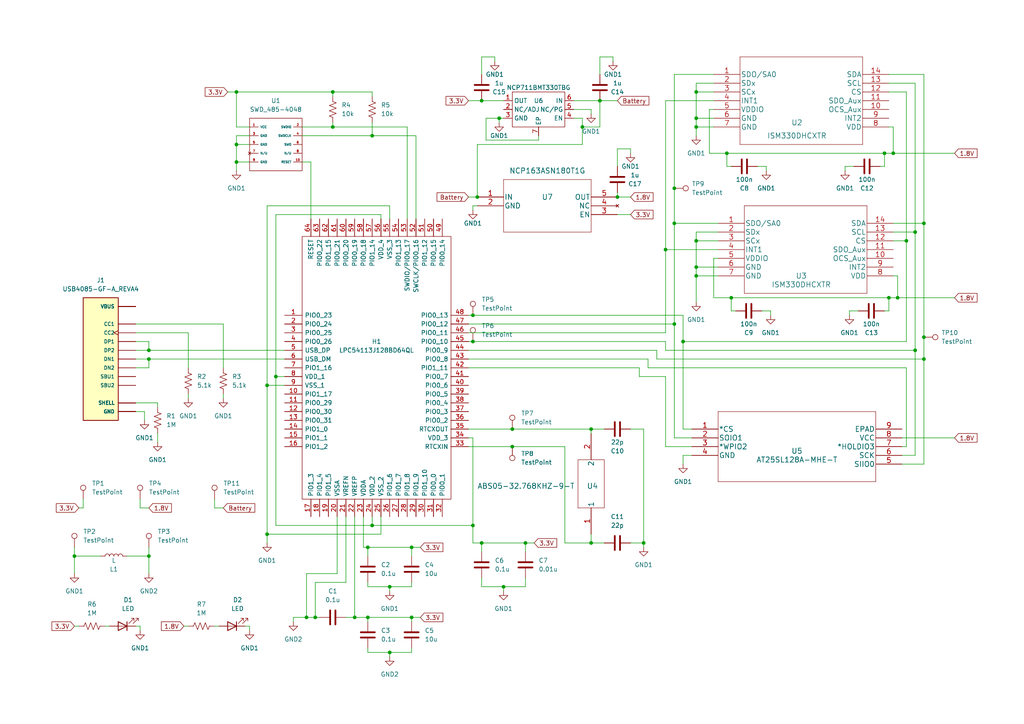
<source format=kicad_sch>
(kicad_sch (version 20211123) (generator eeschema)
  (paper "A4")
  (title_block (title "Pipe Mapping Drone") (date "2022-09-05") (rev "0.1"))
  (lib_symbols
    (symbol "Connector:TestPoint" (pin_numbers hide) (pin_names (offset 0.762) hide)
      (property "Reference" "TP" (at 0 6.858 0))
      (property "Value" "TestPoint" (at 0 5.08 0))
      (symbol "TestPoint_0_1"
        (circle (center 0 3.302) (radius 0.762))
      )
      (symbol "TestPoint_1_1"
        (pin passive line (at 0 0 90) (length 2.54) (name "1") (number "1"))
      )
    )
    (symbol "Device:C" (pin_numbers hide) (pin_names (offset 0.254))
      (property "Reference" "C" (at 0.635 2.54 0))
      (property "Value" "C" (at 0.635 -2.54 0))
      (symbol "C_0_1"
        (polyline (pts (xy -2.032 -0.762) (xy 2.032 -0.762)) (stroke (width 0.508)))
        (polyline (pts (xy -2.032 0.762) (xy 2.032 0.762)) (stroke (width 0.508)))
      )
      (symbol "C_1_1"
        (pin passive line (at 0 3.81 270) (length 2.794) (name "~") (number "1"))
        (pin passive line (at 0 -3.81 90) (length 2.794) (name "~") (number "2"))
      )
    )
    (symbol "Device:L" (pin_numbers hide) (pin_names (offset 1.016) hide)
      (property "Reference" "L" (at -1.27 0 90))
      (property "Value" "L" (at 1.905 0 90))
      (symbol "L_0_1"
        (arc (start 0 -2.54) (mid 0.635 -1.905) (end 0 -1.27))
        (arc (start 0 -1.27) (mid 0.635 -0.635) (end 0 0))
        (arc (start 0 0) (mid 0.635 0.635) (end 0 1.27))
        (arc (start 0 1.27) (mid 0.635 1.905) (end 0 2.54))
      )
      (symbol "L_1_1"
        (pin passive line (at 0 3.81 270) (length 1.27) (name "1") (number "1"))
        (pin passive line (at 0 -3.81 90) (length 1.27) (name "2") (number "2"))
      )
    )
    (symbol "Device:LED" (pin_numbers hide) (pin_names (offset 1.016) hide)
      (property "Reference" "D" (at 0 2.54 0))
      (property "Value" "LED" (at 0 -2.54 0))
      (symbol "LED_0_1"
        (polyline (pts (xy -1.27 -1.27) (xy -1.27 1.27)) (stroke (width 0.254)))
        (polyline (pts (xy -1.27 0) (xy 1.27 0)))
        (polyline (pts (xy 1.27 -1.27) (xy 1.27 1.27) (xy -1.27 0) (xy 1.27 -1.27)) (stroke (width 0.254)))
        (polyline (pts (xy -3.048 -0.762) (xy -4.572 -2.286) (xy -3.81 -2.286) (xy -4.572 -2.286) (xy -4.572 -1.524)))
        (polyline (pts (xy -1.778 -0.762) (xy -3.302 -2.286) (xy -2.54 -2.286) (xy -3.302 -2.286) (xy -3.302 -1.524)))
      )
      (symbol "LED_1_1"
        (pin passive line (at -3.81 0 0) (length 2.54) (name "K") (number "1"))
        (pin passive line (at 3.81 0 180) (length 2.54) (name "A") (number "2"))
      )
    )
    (symbol "Device:R_US" (pin_numbers hide) (pin_names (offset 0))
      (property "Reference" "R" (at 2.54 0 90))
      (property "Value" "R_US" (at -2.54 0 90))
      (symbol "R_US_0_1"
        (polyline (pts (xy 0 -2.286) (xy 0 -2.54)))
        (polyline (pts (xy 0 2.286) (xy 0 2.54)))
        (polyline (pts (xy 0 -0.762) (xy 1.016 -1.143) (xy 0 -1.524) (xy -1.016 -1.905) (xy 0 -2.286)))
        (polyline (pts (xy 0 0.762) (xy 1.016 0.381) (xy 0 0) (xy -1.016 -0.381) (xy 0 -0.762)))
        (polyline (pts (xy 0 2.286) (xy 1.016 1.905) (xy 0 1.524) (xy -1.016 1.143) (xy 0 0.762)))
      )
      (symbol "R_US_1_1"
        (pin passive line (at 0 3.81 270) (length 1.27) (name "~") (number "1"))
        (pin passive line (at 0 -3.81 90) (length 1.27) (name "~") (number "2"))
      )
    )
    (symbol "IMU_ISM330DHCXTR:ISM330DHCXTR" (pin_names (offset 0.254))
      (property "Reference" "U" (at 25.4 10.16 0))
      (property "Value" "ISM330DHCXTR" (at 25.4 7.62 0))
      (symbol "ISM330DHCXTR_1_1"
        (polyline (pts (xy 7.62 -20.32) (xy 43.18 -20.32)) (stroke (width 0.127)))
        (polyline (pts (xy 7.62 5.08) (xy 7.62 -20.32)) (stroke (width 0.127)))
        (polyline (pts (xy 43.18 -20.32) (xy 43.18 5.08)) (stroke (width 0.127)))
        (polyline (pts (xy 43.18 5.08) (xy 7.62 5.08)) (stroke (width 0.127)))
        (pin unspecified line (at 0 0 0) (length 7.62) (name "SDO/SA0") (number "1"))
        (pin unspecified line (at 50.8 -10.16 180) (length 7.62) (name "OCS_Aux") (number "10"))
        (pin unspecified line (at 50.8 -7.62 180) (length 7.62) (name "SDO_Aux") (number "11"))
        (pin unspecified line (at 50.8 -5.08 180) (length 7.62) (name "CS") (number "12"))
        (pin unspecified line (at 50.8 -2.54 180) (length 7.62) (name "SCL") (number "13"))
        (pin unspecified line (at 50.8 0 180) (length 7.62) (name "SDA") (number "14"))
        (pin unspecified line (at 0 -2.54 0) (length 7.62) (name "SDx") (number "2"))
        (pin unspecified line (at 0 -5.08 0) (length 7.62) (name "SCx") (number "3"))
        (pin input line (at 0 -7.62 0) (length 7.62) (name "INT1") (number "4"))
        (pin power_in line (at 0 -10.16 0) (length 7.62) (name "VDDIO") (number "5"))
        (pin power_in line (at 0 -12.7 0) (length 7.62) (name "GND") (number "6"))
        (pin power_in line (at 0 -15.24 0) (length 7.62) (name "GND") (number "7"))
        (pin power_in line (at 50.8 -15.24 180) (length 7.62) (name "VDD") (number "8"))
        (pin input line (at 50.8 -12.7 180) (length 7.62) (name "INT2") (number "9"))
      )
    )
    (symbol "MCU_LPC54113J128BD:LPC54113J128BD64QL" (pin_names (offset 0.762))
      (property "Reference" "H" (at 49.53 27.94 0))
      (property "Value" "LPC54113J128BD64QL" (at 49.53 25.4 0))
      (symbol "LPC54113J128BD64QL_0_0"
        (pin bidirectional line (at 0 0 0) (length 5.08) (name "PIO0_23") (number "1"))
        (pin bidirectional line (at 0 -22.86 0) (length 5.08) (name "PIO1_17") (number "10"))
        (pin bidirectional line (at 0 -25.4 0) (length 5.08) (name "PIO0_29") (number "11"))
        (pin bidirectional line (at 0 -27.94 0) (length 5.08) (name "PIO0_30") (number "12"))
        (pin bidirectional line (at 0 -30.48 0) (length 5.08) (name "PIO0_31") (number "13"))
        (pin bidirectional line (at 0 -33.02 0) (length 5.08) (name "PIO1_0") (number "14"))
        (pin bidirectional line (at 0 -35.56 0) (length 5.08) (name "PIO1_1") (number "15"))
        (pin bidirectional line (at 0 -38.1 0) (length 5.08) (name "PIO1_2") (number "16"))
        (pin bidirectional line (at 7.62 -58.42 90) (length 5.08) (name "PIO1_3") (number "17"))
        (pin bidirectional line (at 10.16 -58.42 90) (length 5.08) (name "PIO1_4") (number "18"))
        (pin bidirectional line (at 12.7 -58.42 90) (length 5.08) (name "PIO1_5") (number "19"))
        (pin bidirectional line (at 0 -2.54 0) (length 5.08) (name "PIO0_24") (number "2"))
        (pin power_in line (at 15.24 -58.42 90) (length 5.08) (name "VSSA") (number "20"))
        (pin power_in line (at 17.78 -58.42 90) (length 5.08) (name "VREFN") (number "21"))
        (pin bidirectional line (at 20.32 -58.42 90) (length 5.08) (name "VREFP") (number "22"))
        (pin power_in line (at 22.86 -58.42 90) (length 5.08) (name "VDDA") (number "23"))
        (pin power_in line (at 25.4 -58.42 90) (length 5.08) (name "VDD_2") (number "24"))
        (pin power_in line (at 27.94 -58.42 90) (length 5.08) (name "VSS_2") (number "25"))
        (pin bidirectional line (at 30.48 -58.42 90) (length 5.08) (name "PIO1_6") (number "26"))
        (pin bidirectional line (at 33.02 -58.42 90) (length 5.08) (name "PIO1_7") (number "27"))
        (pin bidirectional line (at 35.56 -58.42 90) (length 5.08) (name "PIO1_8") (number "28"))
        (pin bidirectional line (at 38.1 -58.42 90) (length 5.08) (name "PIO1_9") (number "29"))
        (pin bidirectional line (at 0 -5.08 0) (length 5.08) (name "PIO0_25") (number "3"))
        (pin bidirectional line (at 40.64 -58.42 90) (length 5.08) (name "PIO1_10") (number "30"))
        (pin bidirectional line (at 43.18 -58.42 90) (length 5.08) (name "PIO0_0") (number "31"))
        (pin bidirectional line (at 45.72 -58.42 90) (length 5.08) (name "PIO0_1") (number "32"))
        (pin input line (at 53.34 -38.1 180) (length 5.08) (name "RTCXIN") (number "33"))
        (pin power_in line (at 53.34 -35.56 180) (length 5.08) (name "VDD_3") (number "34"))
        (pin output line (at 53.34 -33.02 180) (length 5.08) (name "RTCXOUT") (number "35"))
        (pin bidirectional line (at 53.34 -30.48 180) (length 5.08) (name "PIO0_2") (number "36"))
        (pin bidirectional line (at 53.34 -27.94 180) (length 5.08) (name "PIO0_3") (number "37"))
        (pin bidirectional line (at 53.34 -25.4 180) (length 5.08) (name "PIO0_4") (number "38"))
        (pin bidirectional line (at 53.34 -22.86 180) (length 5.08) (name "PIO0_5") (number "39"))
        (pin bidirectional line (at 0 -7.62 0) (length 5.08) (name "PIO0_26") (number "4"))
        (pin bidirectional line (at 53.34 -20.32 180) (length 5.08) (name "PIO0_6") (number "40"))
        (pin bidirectional line (at 53.34 -17.78 180) (length 5.08) (name "PIO0_7") (number "41"))
        (pin bidirectional line (at 53.34 -15.24 180) (length 5.08) (name "PIO1_11") (number "42"))
        (pin bidirectional line (at 53.34 -12.7 180) (length 5.08) (name "PIO0_8") (number "43"))
        (pin bidirectional line (at 53.34 -10.16 180) (length 5.08) (name "PIO0_9") (number "44"))
        (pin bidirectional line (at 53.34 -7.62 180) (length 5.08) (name "PIO0_10") (number "45"))
        (pin bidirectional line (at 53.34 -5.08 180) (length 5.08) (name "PIO0_11") (number "46"))
        (pin bidirectional line (at 53.34 -2.54 180) (length 5.08) (name "PIO0_12") (number "47"))
        (pin bidirectional line (at 53.34 0 180) (length 5.08) (name "PIO0_13") (number "48"))
        (pin bidirectional line (at 45.72 27.94 270) (length 5.08) (name "PIO0_14") (number "49"))
        (pin bidirectional line (at 0 -10.16 0) (length 5.08) (name "USB_DP") (number "5"))
        (pin bidirectional line (at 43.18 27.94 270) (length 5.08) (name "PIO0_15") (number "50"))
        (pin bidirectional line (at 40.64 27.94 270) (length 5.08) (name "PIO1_12") (number "51"))
        (pin bidirectional line (at 38.1 27.94 270) (length 5.08) (name "SWCLK/PIO0_16") (number "52"))
        (pin bidirectional line (at 35.56 27.94 270) (length 5.08) (name "SWDIO/PIO0_17") (number "53"))
        (pin bidirectional line (at 33.02 27.94 270) (length 5.08) (name "PIO1_13") (number "54"))
        (pin power_in line (at 30.48 27.94 270) (length 5.08) (name "VSS_3") (number "55"))
        (pin power_in line (at 27.94 27.94 270) (length 5.08) (name "VDD_4") (number "56"))
        (pin bidirectional line (at 25.4 27.94 270) (length 5.08) (name "PIO1_14") (number "57"))
        (pin bidirectional line (at 22.86 27.94 270) (length 5.08) (name "PIO0_18") (number "58"))
        (pin bidirectional line (at 20.32 27.94 270) (length 5.08) (name "PIO0_19") (number "59"))
        (pin bidirectional line (at 0 -12.7 0) (length 5.08) (name "USB_DM") (number "6"))
        (pin bidirectional line (at 17.78 27.94 270) (length 5.08) (name "PIO0_20") (number "60"))
        (pin bidirectional line (at 15.24 27.94 270) (length 5.08) (name "PIO0_21") (number "61"))
        (pin bidirectional line (at 12.7 27.94 270) (length 5.08) (name "PIO1_15") (number "62"))
        (pin bidirectional line (at 10.16 27.94 270) (length 5.08) (name "PIO0_22") (number "63"))
        (pin input line (at 7.62 27.94 270) (length 5.08) (name "RESET") (number "64"))
        (pin bidirectional line (at 0 -15.24 0) (length 5.08) (name "PIO1_16") (number "7"))
        (pin power_in line (at 0 -17.78 0) (length 5.08) (name "VDD_1") (number "8"))
        (pin power_in line (at 0 -20.32 0) (length 5.08) (name "VSS_1") (number "9"))
      )
      (symbol "LPC54113J128BD64QL_0_1"
        (polyline (pts (xy 5.08 22.86) (xy 48.26 22.86) (xy 48.26 -53.34) (xy 5.08 -53.34) (xy 5.08 22.86)) (stroke (width 0.1524)))
      )
    )
    (symbol "MEM_AT25SL128A-MHE-T:AT25SL128A-MHE-T" (pin_names (offset 0.254))
      (property "Reference" "U" (at 30.48 10.16 0))
      (property "Value" "AT25SL128A-MHE-T" (at 30.48 7.62 0))
      (symbol "AT25SL128A-MHE-T_1_1"
        (polyline (pts (xy 7.62 -15.24) (xy 53.34 -15.24)) (stroke (width 0.127)))
        (polyline (pts (xy 7.62 5.08) (xy 7.62 -15.24)) (stroke (width 0.127)))
        (polyline (pts (xy 53.34 -15.24) (xy 53.34 5.08)) (stroke (width 0.127)))
        (polyline (pts (xy 53.34 5.08) (xy 7.62 5.08)) (stroke (width 0.127)))
        (pin unspecified line (at 0 0 0) (length 7.62) (name "*CS") (number "1"))
        (pin unspecified line (at 0 -2.54 0) (length 7.62) (name "SOIO1") (number "2"))
        (pin unspecified line (at 0 -5.08 0) (length 7.62) (name "*WPIO2") (number "3"))
        (pin unspecified line (at 0 -7.62 0) (length 7.62) (name "GND") (number "4"))
        (pin unspecified line (at 60.96 -10.16 180) (length 7.62) (name "SIIO0") (number "5"))
        (pin unspecified line (at 60.96 -7.62 180) (length 7.62) (name "SCK") (number "6"))
        (pin unspecified line (at 60.96 -5.08 180) (length 7.62) (name "*HOLDIO3") (number "7"))
        (pin unspecified line (at 60.96 -2.54 180) (length 7.62) (name "VCC") (number "8"))
        (pin unspecified line (at 60.96 0 180) (length 7.62) (name "EPAD") (number "9"))
      )
    )
    (symbol "NCP163ASN180T1G:NCP163ASN180T1G" (pin_names (offset 0.254))
      (property "Reference" "U" (at 20.32 10.16 0))
      (property "Value" "NCP163ASN180T1G" (at 20.32 7.62 0))
      (symbol "NCP163ASN180T1G_1_1"
        (polyline (pts (xy 7.62 -10.16) (xy 33.02 -10.16)) (stroke (width 0.127)))
        (polyline (pts (xy 7.62 5.08) (xy 7.62 -10.16)) (stroke (width 0.127)))
        (polyline (pts (xy 33.02 -10.16) (xy 33.02 5.08)) (stroke (width 0.127)))
        (polyline (pts (xy 33.02 5.08) (xy 7.62 5.08)) (stroke (width 0.127)))
        (pin input line (at 0 0 0) (length 7.62) (name "IN") (number "1"))
        (pin power_in line (at 0 -2.54 0) (length 7.62) (name "GND") (number "2"))
        (pin input line (at 40.64 -5.08 180) (length 7.62) (name "EN") (number "3"))
        (pin no_connect line (at 40.64 -2.54 180) (length 7.62) (name "NC") (number "4"))
        (pin output line (at 40.64 0 180) (length 7.62) (name "OUT") (number "5"))
      )
    )
    (symbol "NCP730BMT330TBG:NCP730BMT330TBG"
      (property "Reference" "U?" (at 0 2.54 0))
      (property "Value" "NCP730BMT330TBG" (at 0 6.35 0))
      (symbol "NCP730BMT330TBG_0_1"
        (rectangle (start -7.62 5.08) (end 7.62 -5.08))
      )
      (symbol "NCP730BMT330TBG_1_1"
        (pin output line (at -10.16 2.54 0) (length 2.54) (name "OUT") (number "1"))
        (pin output line (at -10.16 0 0) (length 2.54) (name "NC/ADJ") (number "2"))
        (pin input line (at -10.16 -2.54 0) (length 2.54) (name "GND") (number "3"))
        (pin input line (at 10.16 -2.54 180) (length 2.54) (name "EN") (number "4"))
        (pin input line (at 10.16 0 180) (length 2.54) (name "NC/PG") (number "5"))
        (pin input line (at 10.16 2.54 180) (length 2.54) (name "IN") (number "6"))
        (pin input line (at 0 -7.62 90) (length 2.54) (name "EP") (number "7"))
      )
    )
    (symbol "OSC_ABS05-32.768KHZ-9-T:ABS05-32.768KHZ-9-T" (pin_names (offset 0.254))
      (property "Reference" "U?" (at 6.35 21.59 90))
      (property "Value" "ABS05-32.768KHZ-9-T" (at 6.35 17.78 90))
      (symbol "ABS05-32.768KHZ-9-T_1_1"
        (polyline (pts (xy 7.62 -3.81) (xy 21.59 -3.81)) (stroke (width 0.127)))
        (polyline (pts (xy 7.62 3.81) (xy 7.62 -3.81)) (stroke (width 0.127)))
        (polyline (pts (xy 21.59 -3.81) (xy 21.59 3.81)) (stroke (width 0.127)))
        (polyline (pts (xy 21.59 3.81) (xy 7.62 3.81)) (stroke (width 0.127)))
        (pin unspecified line (at 0 0 0) (length 7.62) (name "1") (number "1"))
        (pin unspecified line (at 29.21 0 180) (length 7.62) (name "2") (number "2"))
      )
    )
    (symbol "SWD_485-4048:SWD_485-4048"
      (property "Reference" "U" (at 0 12.7 0))
      (property "Value" "SWD_485-4048" (at 0 10.16 0))
      (symbol "SWD_485-4048_0_1"
        (rectangle (start -7.62 7.62) (end 7.62 -7.62))
      )
      (symbol "SWD_485-4048_1_1"
        (pin power_in line (at -7.62 5.08 0) (length 2.54) (name "VCC") (number "1"))
        (pin bidirectional line (at 7.62 -5.08 180) (length 2.54) (name "RESET") (number "10"))
        (pin bidirectional line (at 7.62 5.08 180) (length 2.54) (name "SWDIO") (number "2"))
        (pin power_in line (at -7.62 2.54 0) (length 2.54) (name "GND") (number "3"))
        (pin bidirectional line (at 7.62 2.54 180) (length 2.54) (name "SWDCLK") (number "4"))
        (pin power_in line (at -7.62 0 0) (length 2.54) (name "GND") (number "5"))
        (pin bidirectional line (at 7.62 0 180) (length 2.54) (name "SWO") (number "6"))
        (pin no_connect line (at -7.62 -2.54 0) (length 2.54) (name "N/U") (number "7"))
        (pin bidirectional line (at 7.62 -2.54 180) (length 2.54) (name "N/U") (number "8"))
        (pin power_in line (at -7.62 -5.08 0) (length 2.54) (name "GND") (number "9"))
      )
    )
    (symbol "USB_4085-GF-A_REVA4:USB4085-GF-A_REVA4" (pin_numbers hide) (pin_names (offset 1.016))
      (property "Reference" "J" (at -5.1054 18.3134 0))
      (property "Value" "USB4085-GF-A_REVA4" (at -5.1054 -20.3708 0))
      (symbol "USB4085-GF-A_REVA4_0_0"
        (rectangle (start -5.08 -17.78) (end 5.08 17.78) (stroke (width 0.254)) (fill (type background)))
        (pin passive line (at -10.16 -15.24 0) (length 5.08) (name "GND") (number "A1"))
        (pin passive line (at -10.16 -15.24 0) (length 5.08) (name "GND") (number "A12"))
        (pin power_in line (at -10.16 15.24 0) (length 5.08) (name "VBUS") (number "A4"))
        (pin bidirectional line (at -10.16 10.16 0) (length 5.08) (name "CC1") (number "A5"))
        (pin bidirectional line (at -10.16 5.08 0) (length 5.08) (name "DP1") (number "A6"))
        (pin bidirectional line (at -10.16 0 0) (length 5.08) (name "DN1") (number "A7"))
        (pin bidirectional line (at -10.16 -5.08 0) (length 5.08) (name "SBU1") (number "A8"))
        (pin power_in line (at -10.16 15.24 0) (length 5.08) (name "VBUS") (number "A9"))
        (pin passive line (at -10.16 -15.24 0) (length 5.08) (name "GND") (number "B1"))
        (pin passive line (at -10.16 -15.24 0) (length 5.08) (name "GND") (number "B12"))
        (pin power_in line (at -10.16 15.24 0) (length 5.08) (name "VBUS") (number "B4"))
        (pin bidirectional clock (at -10.16 7.62 0) (length 5.08) (name "CC2") (number "B5"))
        (pin bidirectional line (at -10.16 2.54 0) (length 5.08) (name "DP2") (number "B6"))
        (pin bidirectional line (at -10.16 -2.54 0) (length 5.08) (name "DN2") (number "B7"))
        (pin bidirectional line (at -10.16 -7.62 0) (length 5.08) (name "SBU2") (number "B8"))
        (pin power_in line (at -10.16 15.24 0) (length 5.08) (name "VBUS") (number "B9"))
        (pin passive line (at -10.16 -12.7 0) (length 5.08) (name "SHELL") (number "P1"))
        (pin passive line (at -10.16 -12.7 0) (length 5.08) (name "SHELL") (number "P2"))
        (pin passive line (at -10.16 -12.7 0) (length 5.08) (name "SHELL") (number "P3"))
        (pin passive line (at -10.16 -12.7 0) (length 5.08) (name "SHELL") (number "P4"))
      )
    )
    (symbol "power:GND1" (power) (pin_names (offset 0))
      (property "Value" "GND1" (at 0 -3.81 0))
      (symbol "GND1_0_1"
        (polyline (pts (xy 0 0) (xy 0 -1.27) (xy 1.27 -1.27) (xy 0 -2.54) (xy -1.27 -1.27) (xy 0 -1.27)))
      )
      (symbol "GND1_1_1"
        (pin power_in line (at 0 0 270) (length 0) hide (name "GND1") (number "1"))
      )
    )
    (symbol "power:GND2" (power) (pin_names (offset 0))
      (property "Value" "GND2" (at 0 -3.81 0))
      (symbol "GND2_0_1"
        (polyline (pts (xy 0 0) (xy 0 -1.27) (xy 1.27 -1.27) (xy 0 -2.54) (xy -1.27 -1.27) (xy 0 -1.27)))
      )
      (symbol "GND2_1_1"
        (pin power_in line (at 0 0 270) (length 0) hide (name "GND2") (number "1"))
      )
    )
  )
  (junction (at 107.95 39.37))
  (junction (at 260.35 86.36))
  (junction (at 168.91 36.83))
  (junction (at 201.93 34.29))
  (junction (at 195.58 54.61))
  (junction (at 96.52 26.67))
  (junction (at 107.95 152.4))
  (junction (at 68.58 41.91))
  (junction (at 88.9 179.07))
  (junction (at 119.38 179.07))
  (junction (at 77.47 111.76))
  (junction (at 171.45 124.46))
  (junction (at 106.68 179.07))
  (junction (at 267.97 97.79))
  (junction (at 106.68 158.75))
  (junction (at 173.99 29.21))
  (junction (at 262.89 69.85))
  (junction (at 139.7 29.21))
  (junction (at 43.18 104.14))
  (junction (at 146.05 170.18))
  (junction (at 119.38 158.75))
  (junction (at 179.07 57.15))
  (junction (at 201.93 69.85))
  (junction (at 212.09 86.36))
  (junction (at 265.43 67.31))
  (junction (at 267.97 104.14))
  (junction (at 43.18 161.29))
  (junction (at 195.58 93.98))
  (junction (at 193.04 72.39))
  (junction (at 137.16 91.44))
  (junction (at 139.7 157.48))
  (junction (at 198.12 99.06))
  (junction (at 201.93 80.01))
  (junction (at 171.45 157.48))
  (junction (at 148.59 124.46))
  (junction (at 210.82 44.45))
  (junction (at 201.93 26.67))
  (junction (at 137.16 99.06))
  (junction (at 80.01 109.22))
  (junction (at 201.93 77.47))
  (junction (at 144.78 34.29))
  (junction (at 148.59 129.54))
  (junction (at 137.16 152.4))
  (junction (at 195.58 64.77))
  (junction (at 68.58 26.67))
  (junction (at 91.44 179.07))
  (junction (at 68.58 46.99))
  (junction (at 256.54 44.45))
  (junction (at 152.4 157.48))
  (junction (at 257.81 86.36))
  (junction (at 77.47 154.94))
  (junction (at 186.69 157.48))
  (junction (at 113.03 170.18))
  (junction (at 201.93 36.83))
  (junction (at 267.97 64.77))
  (junction (at 21.59 161.29))
  (junction (at 259.08 44.45))
  (junction (at 96.52 36.83))
  (junction (at 102.87 179.07))
  (junction (at 43.18 101.6))
  (junction (at 113.03 189.23))
  (junction (at 265.43 101.6))
  (junction (at 138.43 57.15))
  (wire (pts (xy 62.23 147.32) (xy 64.77 147.32)))
  (wire (pts (xy 39.37 119.38) (xy 41.91 119.38)))
  (wire (pts (xy 262.89 106.68) (xy 187.96 106.68)))
  (wire (pts (xy 262.89 99.06) (xy 198.12 99.06)))
  (wire (pts (xy 163.83 157.48) (xy 171.45 157.48)))
  (wire (pts (xy 138.43 41.91) (xy 138.43 57.15)))
  (wire (pts (xy 171.45 157.48) (xy 175.26 157.48)))
  (wire (pts (xy 137.16 59.69) (xy 138.43 59.69)))
  (wire (pts (xy 257.81 86.36) (xy 260.35 86.36)))
  (wire (pts (xy 87.63 39.37) (xy 107.95 39.37)))
  (wire (pts (xy 39.37 101.6) (xy 43.18 101.6)))
  (wire (pts (xy 106.68 189.23) (xy 106.68 187.96)))
  (wire (pts (xy 97.79 166.37) (xy 88.9 166.37)))
  (wire (pts (xy 179.07 55.88) (xy 179.07 57.15)))
  (wire (pts (xy 53.34 181.61) (xy 54.61 181.61)))
  (wire (pts (xy 201.93 80.01) (xy 208.28 80.01)))
  (wire (pts (xy 113.03 190.5) (xy 113.03 189.23)))
  (wire (pts (xy 137.16 152.4) (xy 137.16 157.48)))
  (wire (pts (xy 110.49 154.94) (xy 110.49 149.86)))
  (wire (pts (xy 198.12 132.08) (xy 200.66 132.08)))
  (wire (pts (xy 182.88 157.48) (xy 186.69 157.48)))
  (wire (pts (xy 171.45 33.02) (xy 171.45 31.75)))
  (wire (pts (xy 265.43 101.6) (xy 193.04 101.6)))
  (wire (pts (xy 68.58 46.99) (xy 72.39 46.99)))
  (wire (pts (xy 146.05 170.18) (xy 146.05 171.45)))
  (wire (pts (xy 43.18 161.29) (xy 43.18 166.37)))
  (wire (pts (xy 107.95 35.56) (xy 107.95 39.37)))
  (wire (pts (xy 68.58 26.67) (xy 96.52 26.67)))
  (wire (pts (xy 39.37 116.84) (xy 45.72 116.84)))
  (wire (pts (xy 256.54 48.26) (xy 256.54 44.45)))
  (wire (pts (xy 80.01 109.22) (xy 80.01 62.23)))
  (wire (pts (xy 68.58 39.37) (xy 68.58 41.91)))
  (wire (pts (xy 152.4 167.64) (xy 152.4 170.18)))
  (wire (pts (xy 246.38 90.17) (xy 246.38 91.44)))
  (wire (pts (xy 43.18 101.6) (xy 82.55 101.6)))
  (wire (pts (xy 186.69 124.46) (xy 186.69 157.48)))
  (wire (pts (xy 223.52 90.17) (xy 220.98 90.17)))
  (wire (pts (xy 257.81 90.17) (xy 257.81 86.36)))
  (wire (pts (xy 201.93 36.83) (xy 201.93 39.37)))
  (wire (pts (xy 77.47 111.76) (xy 77.47 154.94)))
  (wire (pts (xy 193.04 29.21) (xy 207.01 29.21)))
  (wire (pts (xy 77.47 111.76) (xy 82.55 111.76)))
  (wire (pts (xy 107.95 39.37) (xy 120.65 39.37)))
  (wire (pts (xy 265.43 132.08) (xy 265.43 101.6)))
  (wire (pts (xy 261.62 129.54) (xy 262.89 129.54)))
  (wire (pts (xy 173.99 29.21) (xy 179.07 29.21)))
  (wire (pts (xy 256.54 44.45) (xy 259.08 44.45)))
  (wire (pts (xy 119.38 170.18) (xy 119.38 168.91)))
  (wire (pts (xy 182.88 43.18) (xy 182.88 44.45)))
  (wire (pts (xy 139.7 170.18) (xy 146.05 170.18)))
  (wire (pts (xy 168.91 34.29) (xy 168.91 36.83)))
  (wire (pts (xy 80.01 109.22) (xy 80.01 152.4)))
  (wire (pts (xy 135.89 104.14) (xy 187.96 104.14)))
  (wire (pts (xy 262.89 69.85) (xy 262.89 99.06)))
  (wire (pts (xy 207.01 36.83) (xy 201.93 36.83)))
  (wire (pts (xy 106.68 168.91) (xy 106.68 170.18)))
  (wire (pts (xy 107.95 152.4) (xy 137.16 152.4)))
  (wire (pts (xy 68.58 36.83) (xy 68.58 26.67)))
  (wire (pts (xy 139.7 157.48) (xy 152.4 157.48)))
  (wire (pts (xy 267.97 104.14) (xy 190.5 104.14)))
  (wire (pts (xy 257.81 36.83) (xy 259.08 36.83)))
  (wire (pts (xy 195.58 127) (xy 195.58 93.98)))
  (wire (pts (xy 190.5 101.6) (xy 190.5 104.14)))
  (wire (pts (xy 119.38 180.34) (xy 119.38 179.07)))
  (wire (pts (xy 119.38 158.75) (xy 119.38 161.29)))
  (wire (pts (xy 201.93 69.85) (xy 201.93 77.47)))
  (wire (pts (xy 212.09 48.26) (xy 210.82 48.26)))
  (wire (pts (xy 262.89 26.67) (xy 262.89 69.85)))
  (wire (pts (xy 146.05 34.29) (xy 144.78 34.29)))
  (wire (pts (xy 139.7 157.48) (xy 139.7 160.02)))
  (wire (pts (xy 171.45 124.46) (xy 175.26 124.46)))
  (wire (pts (xy 198.12 134.62) (xy 198.12 132.08)))
  (wire (pts (xy 213.36 90.17) (xy 212.09 90.17)))
  (wire (pts (xy 135.89 91.44) (xy 137.16 91.44)))
  (wire (pts (xy 255.27 48.26) (xy 256.54 48.26)))
  (wire (pts (xy 201.93 34.29) (xy 207.01 34.29)))
  (wire (pts (xy 135.89 124.46) (xy 148.59 124.46)))
  (wire (pts (xy 88.9 166.37) (xy 88.9 179.07)))
  (wire (pts (xy 156.21 40.64) (xy 140.97 40.64)))
  (wire (pts (xy 168.91 36.83) (xy 173.99 36.83)))
  (wire (pts (xy 77.47 154.94) (xy 110.49 154.94)))
  (wire (pts (xy 139.7 16.51) (xy 143.51 16.51)))
  (wire (pts (xy 106.68 158.75) (xy 119.38 158.75)))
  (wire (pts (xy 137.16 60.96) (xy 137.16 59.69)))
  (wire (pts (xy 97.79 149.86) (xy 97.79 166.37)))
  (wire (pts (xy 66.04 26.67) (xy 68.58 26.67)))
  (wire (pts (xy 177.8 16.51) (xy 177.8 17.78)))
  (wire (pts (xy 205.74 31.75) (xy 207.01 31.75)))
  (wire (pts (xy 257.81 24.13) (xy 265.43 24.13)))
  (wire (pts (xy 135.89 96.52) (xy 193.04 96.52)))
  (wire (pts (xy 137.16 157.48) (xy 139.7 157.48)))
  (wire (pts (xy 87.63 36.83) (xy 96.52 36.83)))
  (wire (pts (xy 139.7 167.64) (xy 139.7 170.18)))
  (wire (pts (xy 166.37 31.75) (xy 171.45 31.75)))
  (wire (pts (xy 135.89 29.21) (xy 139.7 29.21)))
  (wire (pts (xy 168.91 41.91) (xy 168.91 36.83)))
  (wire (pts (xy 222.25 48.26) (xy 219.71 48.26)))
  (wire (pts (xy 140.97 34.29) (xy 144.78 34.29)))
  (wire (pts (xy 259.08 80.01) (xy 260.35 80.01)))
  (wire (pts (xy 39.37 106.68) (xy 43.18 106.68)))
  (wire (pts (xy 113.03 63.5) (xy 113.03 59.69)))
  (wire (pts (xy 68.58 41.91) (xy 72.39 41.91)))
  (wire (pts (xy 259.08 64.77) (xy 267.97 64.77)))
  (wire (pts (xy 91.44 179.07) (xy 88.9 179.07)))
  (wire (pts (xy 54.61 114.3) (xy 54.61 115.57)))
  (wire (pts (xy 68.58 41.91) (xy 68.58 46.99)))
  (wire (pts (xy 137.16 91.44) (xy 198.12 91.44)))
  (wire (pts (xy 137.16 99.06) (xy 193.04 99.06)))
  (wire (pts (xy 171.45 125.73) (xy 171.45 124.46)))
  (wire (pts (xy 88.9 179.07) (xy 85.09 179.07)))
  (wire (pts (xy 85.09 179.07) (xy 85.09 180.34)))
  (wire (pts (xy 205.74 44.45) (xy 210.82 44.45)))
  (wire (pts (xy 259.08 69.85) (xy 262.89 69.85)))
  (wire (pts (xy 107.95 149.86) (xy 107.95 152.4)))
  (wire (pts (xy 80.01 62.23) (xy 110.49 62.23)))
  (wire (pts (xy 146.05 170.18) (xy 152.4 170.18)))
  (wire (pts (xy 96.52 26.67) (xy 96.52 27.94)))
  (wire (pts (xy 77.47 59.69) (xy 77.47 111.76)))
  (wire (pts (xy 135.89 93.98) (xy 195.58 93.98)))
  (wire (pts (xy 120.65 39.37) (xy 120.65 63.5)))
  (wire (pts (xy 106.68 180.34) (xy 106.68 179.07)))
  (wire (pts (xy 259.08 44.45) (xy 276.86 44.45)))
  (wire (pts (xy 80.01 109.22) (xy 82.55 109.22)))
  (wire (pts (xy 140.97 40.64) (xy 140.97 34.29)))
  (wire (pts (xy 212.09 86.36) (xy 257.81 86.36)))
  (wire (pts (xy 261.62 134.62) (xy 267.97 134.62)))
  (wire (pts (xy 119.38 179.07) (xy 121.92 179.07)))
  (wire (pts (xy 198.12 99.06) (xy 198.12 91.44)))
  (wire (pts (xy 163.83 129.54) (xy 163.83 157.48)))
  (wire (pts (xy 105.41 158.75) (xy 106.68 158.75)))
  (wire (pts (xy 267.97 97.79) (xy 267.97 104.14)))
  (wire (pts (xy 113.03 170.18) (xy 119.38 170.18)))
  (wire (pts (xy 102.87 179.07) (xy 106.68 179.07)))
  (wire (pts (xy 110.49 62.23) (xy 110.49 63.5)))
  (wire (pts (xy 195.58 21.59) (xy 195.58 54.61)))
  (wire (pts (xy 201.93 24.13) (xy 207.01 24.13)))
  (wire (pts (xy 247.65 48.26) (xy 245.11 48.26)))
  (wire (pts (xy 179.07 62.23) (xy 182.88 62.23)))
  (wire (pts (xy 201.93 67.31) (xy 201.93 69.85)))
  (wire (pts (xy 139.7 16.51) (xy 139.7 21.59)))
  (wire (pts (xy 36.83 161.29) (xy 43.18 161.29)))
  (wire (pts (xy 207.01 74.93) (xy 207.01 86.36)))
  (wire (pts (xy 182.88 124.46) (xy 186.69 124.46)))
  (wire (pts (xy 179.07 57.15) (xy 182.88 57.15)))
  (wire (pts (xy 96.52 35.56) (xy 96.52 36.83)))
  (wire (pts (xy 137.16 127) (xy 137.16 152.4)))
  (wire (pts (xy 198.12 124.46) (xy 198.12 99.06)))
  (wire (pts (xy 41.91 119.38) (xy 41.91 121.92)))
  (wire (pts (xy 201.93 26.67) (xy 207.01 26.67)))
  (wire (pts (xy 166.37 29.21) (xy 173.99 29.21)))
  (wire (pts (xy 138.43 41.91) (xy 168.91 41.91)))
  (wire (pts (xy 201.93 24.13) (xy 201.93 26.67)))
  (wire (pts (xy 185.42 106.68) (xy 185.42 109.22)))
  (wire (pts (xy 144.78 34.29) (xy 144.78 35.56)))
  (wire (pts (xy 107.95 26.67) (xy 96.52 26.67)))
  (wire (pts (xy 193.04 129.54) (xy 193.04 109.22)))
  (wire (pts (xy 193.04 96.52) (xy 193.04 72.39)))
  (wire (pts (xy 201.93 69.85) (xy 208.28 69.85)))
  (wire (pts (xy 207.01 21.59) (xy 195.58 21.59)))
  (wire (pts (xy 91.44 168.91) (xy 91.44 179.07)))
  (wire (pts (xy 62.23 181.61) (xy 63.5 181.61)))
  (wire (pts (xy 193.04 72.39) (xy 208.28 72.39)))
  (wire (pts (xy 212.09 90.17) (xy 212.09 86.36)))
  (wire (pts (xy 21.59 181.61) (xy 22.86 181.61)))
  (wire (pts (xy 261.62 132.08) (xy 265.43 132.08)))
  (wire (pts (xy 106.68 179.07) (xy 119.38 179.07)))
  (wire (pts (xy 102.87 149.86) (xy 102.87 179.07)))
  (wire (pts (xy 105.41 149.86) (xy 105.41 158.75)))
  (wire (pts (xy 152.4 157.48) (xy 152.4 160.02)))
  (wire (pts (xy 135.89 127) (xy 137.16 127)))
  (wire (pts (xy 72.39 39.37) (xy 68.58 39.37)))
  (wire (pts (xy 92.71 179.07) (xy 91.44 179.07)))
  (wire (pts (xy 201.93 77.47) (xy 208.28 77.47)))
  (wire (pts (xy 205.74 44.45) (xy 205.74 31.75)))
  (wire (pts (xy 267.97 21.59) (xy 267.97 64.77)))
  (wire (pts (xy 267.97 64.77) (xy 267.97 97.79)))
  (wire (pts (xy 148.59 129.54) (xy 163.83 129.54)))
  (wire (pts (xy 210.82 48.26) (xy 210.82 44.45)))
  (wire (pts (xy 119.38 187.96) (xy 119.38 189.23)))
  (wire (pts (xy 96.52 36.83) (xy 118.11 36.83)))
  (wire (pts (xy 113.03 59.69) (xy 77.47 59.69)))
  (wire (pts (xy 208.28 74.93) (xy 207.01 74.93)))
  (wire (pts (xy 118.11 36.83) (xy 118.11 63.5)))
  (wire (pts (xy 135.89 101.6) (xy 190.5 101.6)))
  (wire (pts (xy 245.11 48.26) (xy 245.11 49.53)))
  (wire (pts (xy 39.37 96.52) (xy 54.61 96.52)))
  (wire (pts (xy 186.69 157.48) (xy 186.69 158.75)))
  (wire (pts (xy 222.25 49.53) (xy 222.25 48.26)))
  (wire (pts (xy 100.33 149.86) (xy 100.33 168.91)))
  (wire (pts (xy 72.39 36.83) (xy 68.58 36.83)))
  (wire (pts (xy 39.37 181.61) (xy 40.64 181.61)))
  (wire (pts (xy 195.58 64.77) (xy 208.28 64.77)))
  (wire (pts (xy 39.37 104.14) (xy 43.18 104.14)))
  (wire (pts (xy 256.54 90.17) (xy 257.81 90.17)))
  (wire (pts (xy 139.7 29.21) (xy 146.05 29.21)))
  (wire (pts (xy 265.43 67.31) (xy 265.43 101.6)))
  (wire (pts (xy 30.48 181.61) (xy 31.75 181.61)))
  (wire (pts (xy 201.93 36.83) (xy 201.93 34.29)))
  (wire (pts (xy 24.13 147.32) (xy 24.13 144.78)))
  (wire (pts (xy 135.89 106.68) (xy 185.42 106.68)))
  (wire (pts (xy 71.12 181.61) (xy 72.39 181.61)))
  (wire (pts (xy 179.07 43.18) (xy 182.88 43.18)))
  (wire (pts (xy 260.35 80.01) (xy 260.35 86.36)))
  (wire (pts (xy 54.61 96.52) (xy 54.61 106.68)))
  (wire (pts (xy 119.38 158.75) (xy 121.92 158.75)))
  (wire (pts (xy 179.07 43.18) (xy 179.07 48.26)))
  (wire (pts (xy 64.77 106.68) (xy 64.77 93.98)))
  (wire (pts (xy 173.99 16.51) (xy 173.99 21.59)))
  (wire (pts (xy 21.59 161.29) (xy 29.21 161.29)))
  (wire (pts (xy 207.01 86.36) (xy 212.09 86.36)))
  (wire (pts (xy 106.68 170.18) (xy 113.03 170.18)))
  (wire (pts (xy 43.18 101.6) (xy 43.18 99.06)))
  (wire (pts (xy 156.21 39.37) (xy 156.21 40.64)))
  (wire (pts (xy 166.37 34.29) (xy 168.91 34.29)))
  (wire (pts (xy 200.66 127) (xy 195.58 127)))
  (wire (pts (xy 187.96 104.14) (xy 187.96 106.68)))
  (wire (pts (xy 113.03 189.23) (xy 106.68 189.23)))
  (wire (pts (xy 201.93 77.47) (xy 201.93 80.01)))
  (wire (pts (xy 257.81 26.67) (xy 262.89 26.67)))
  (wire (pts (xy 45.72 116.84) (xy 45.72 118.11)))
  (wire (pts (xy 223.52 91.44) (xy 223.52 90.17)))
  (wire (pts (xy 77.47 154.94) (xy 77.47 157.48)))
  (wire (pts (xy 43.18 158.75) (xy 43.18 161.29)))
  (wire (pts (xy 248.92 90.17) (xy 246.38 90.17)))
  (wire (pts (xy 152.4 157.48) (xy 154.94 157.48)))
  (wire (pts (xy 201.93 26.67) (xy 201.93 34.29)))
  (wire (pts (xy 40.64 181.61) (xy 40.64 182.88)))
  (wire (pts (xy 259.08 67.31) (xy 265.43 67.31)))
  (wire (pts (xy 195.58 54.61) (xy 195.58 64.77)))
  (wire (pts (xy 21.59 161.29) (xy 21.59 166.37)))
  (wire (pts (xy 100.33 179.07) (xy 102.87 179.07)))
  (wire (pts (xy 265.43 24.13) (xy 265.43 67.31)))
  (wire (pts (xy 135.89 57.15) (xy 138.43 57.15)))
  (wire (pts (xy 62.23 144.78) (xy 62.23 147.32)))
  (wire (pts (xy 259.08 36.83) (xy 259.08 44.45)))
  (wire (pts (xy 72.39 181.61) (xy 72.39 182.88)))
  (wire (pts (xy 267.97 134.62) (xy 267.97 104.14)))
  (wire (pts (xy 40.64 147.32) (xy 43.18 147.32)))
  (wire (pts (xy 107.95 27.94) (xy 107.95 26.67)))
  (wire (pts (xy 21.59 158.75) (xy 21.59 161.29)))
  (wire (pts (xy 257.81 21.59) (xy 267.97 21.59)))
  (wire (pts (xy 193.04 99.06) (xy 193.04 101.6)))
  (wire (pts (xy 43.18 104.14) (xy 82.55 104.14)))
  (wire (pts (xy 195.58 64.77) (xy 195.58 93.98)))
  (wire (pts (xy 261.62 127) (xy 276.86 127)))
  (wire (pts (xy 22.86 147.32) (xy 24.13 147.32)))
  (wire (pts (xy 87.63 46.99) (xy 90.17 46.99)))
  (wire (pts (xy 64.77 114.3) (xy 64.77 115.57)))
  (wire (pts (xy 135.89 129.54) (xy 148.59 129.54)))
  (wire (pts (xy 43.18 99.06) (xy 39.37 99.06)))
  (wire (pts (xy 119.38 189.23) (xy 113.03 189.23)))
  (wire (pts (xy 45.72 125.73) (xy 45.72 128.27)))
  (wire (pts (xy 201.93 67.31) (xy 208.28 67.31)))
  (wire (pts (xy 100.33 168.91) (xy 91.44 168.91)))
  (wire (pts (xy 148.59 124.46) (xy 171.45 124.46)))
  (wire (pts (xy 260.35 86.36) (xy 276.86 86.36)))
  (wire (pts (xy 171.45 154.94) (xy 171.45 157.48)))
  (wire (pts (xy 193.04 72.39) (xy 193.04 29.21)))
  (wire (pts (xy 135.89 99.06) (xy 137.16 99.06)))
  (wire (pts (xy 107.95 152.4) (xy 80.01 152.4)))
  (wire (pts (xy 40.64 144.78) (xy 40.64 147.32)))
  (wire (pts (xy 143.51 16.51) (xy 143.51 17.78)))
  (wire (pts (xy 113.03 170.18) (xy 113.03 171.45)))
  (wire (pts (xy 90.17 46.99) (xy 90.17 63.5)))
  (wire (pts (xy 262.89 129.54) (xy 262.89 106.68)))
  (wire (pts (xy 64.77 93.98) (xy 39.37 93.98)))
  (wire (pts (xy 201.93 80.01) (xy 201.93 87.63)))
  (wire (pts (xy 200.66 124.46) (xy 198.12 124.46)))
  (wire (pts (xy 106.68 158.75) (xy 106.68 161.29)))
  (wire (pts (xy 173.99 16.51) (xy 177.8 16.51)))
  (wire (pts (xy 210.82 44.45) (xy 256.54 44.45)))
  (wire (pts (xy 43.18 106.68) (xy 43.18 104.14)))
  (wire (pts (xy 193.04 109.22) (xy 185.42 109.22)))
  (wire (pts (xy 68.58 46.99) (xy 68.58 49.53)))
  (wire (pts (xy 173.99 36.83) (xy 173.99 29.21)))
  (wire (pts (xy 200.66 129.54) (xy 193.04 129.54)))
  (global_label "1.8V" (shape input) (at 276.86 127 0) (property "Intersheet References" "${INTERSHEET_REFS}" (effects hide)))
  (global_label "1.8V" (shape input) (at 182.88 57.15 0) (property "Intersheet References" "${INTERSHEET_REFS}" (effects hide)))
  (global_label "3.3V" (shape input) (at 21.59 181.61 180) (property "Intersheet References" "${INTERSHEET_REFS}" (effects hide)))
  (global_label "3.3V" (shape input) (at 121.92 179.07 0) (property "Intersheet References" "${INTERSHEET_REFS}" (effects hide)))
  (global_label "Battery" (shape input) (at 135.89 57.15 180) (property "Intersheet References" "${INTERSHEET_REFS}" (effects hide)))
  (global_label "3.3V" (shape input) (at 154.94 157.48 0) (property "Intersheet References" "${INTERSHEET_REFS}" (effects hide)))
  (global_label "1.8V" (shape input) (at 53.34 181.61 180) (property "Intersheet References" "${INTERSHEET_REFS}" (effects hide)))
  (global_label "1.8V" (shape input) (at 43.18 147.32 0) (property "Intersheet References" "${INTERSHEET_REFS}" (effects hide)))
  (global_label "Battery" (shape input) (at 179.07 29.21 0) (property "Intersheet References" "${INTERSHEET_REFS}" (effects hide)))
  (global_label "1.8V" (shape input) (at 276.86 86.36 0) (property "Intersheet References" "${INTERSHEET_REFS}" (effects hide)))
  (global_label "3.3V" (shape input) (at 22.86 147.32 180) (property "Intersheet References" "${INTERSHEET_REFS}" (effects hide)))
  (global_label "3.3V" (shape input) (at 182.88 62.23 0) (property "Intersheet References" "${INTERSHEET_REFS}" (effects hide)))
  (global_label "3.3V" (shape input) (at 66.04 26.67 180) (property "Intersheet References" "${INTERSHEET_REFS}" (effects hide)))
  (global_label "1.8V" (shape input) (at 276.86 44.45 0) (property "Intersheet References" "${INTERSHEET_REFS}" (effects hide)))
  (global_label "Battery" (shape input) (at 64.77 147.32 0) (property "Intersheet References" "${INTERSHEET_REFS}" (effects hide)))
  (global_label "3.3V" (shape input) (at 121.92 158.75 0) (property "Intersheet References" "${INTERSHEET_REFS}" (effects hide)))
  (global_label "3.3V" (shape input) (at 135.89 29.21 180) (property "Intersheet References" "${INTERSHEET_REFS}" (effects hide)))
  (symbol (lib_id "Connector:TestPoint") (at 148.59 124.46 0) (unit 1)
    (property "Reference" "TP7" (at 151.13 119.8879 0) (effects (justify left)))
    (property "Value" "TestPoint" (at 151.13 122.4279 0) (effects (justify left)))
    (property "Footprint" "TestPoint:TestPoint_THTPad_D1.0mm_Drill0.5mm" (effects hide))
  )
  (symbol (lib_id "power:GND1") (at 223.52 91.44 0) (unit 1)
    (property "Reference" "#PWR013" (effects hide))
    (property "Value" "GND1" (at 223.52 96.52 0))
  )
  (symbol (lib_id "MCU_LPC54113J128BD:LPC54113J128BD64QL") (at 82.55 91.44 0) (unit 1)
    (property "Reference" "H1" (at 109.22 99.06 0))
    (property "Value" "LPC54113J128BD64QL" (at 109.22 101.6 0))
    (property "Footprint" "MCU_LPC54113J128BD:QFP50P1200X1200X160-64N" (effects hide))
    (property "Description" "ARM Microcontrollers - MCU Low Power 32-bit Microcontroller based on ARM&#174; Cortex&#174;-M4" (effects hide))
    (property "Height" "1.6" (effects hide))
    (property "Manufacturer_Name" "NXP" (effects hide))
    (property "Manufacturer_Part_Number" "LPC54113J128BD64QL" (effects hide))
  )
  (symbol (lib_id "power:GND1") (at 144.78 35.56 0) (unit 1)
    (property "Reference" "#PWR0107" (effects hide))
    (property "Value" "GND1" (at 144.78 39.37 0))
  )
  (symbol (lib_id "Connector:TestPoint") (at 24.13 144.78 0) (unit 1)
    (property "Reference" "TP1" (at 26.67 140.2079 0) (effects (justify left)))
    (property "Value" "TestPoint" (at 26.67 142.7479 0) (effects (justify left)))
    (property "Footprint" "TestPoint:TestPoint_THTPad_D1.0mm_Drill0.5mm" (effects hide))
  )
  (symbol (lib_id "Device:C") (at 179.07 157.48 90) (unit 1)
    (property "Reference" "C11" (at 179.07 149.86 90))
    (property "Value" "22p" (at 179.07 152.4 90))
    (property "Footprint" "Capacitor_SMD:C_0603_1608Metric" (effects hide))
  )
  (symbol (lib_id "Device:C") (at 106.68 165.1 0) (unit 1)
    (property "Reference" "C2" (at 110.49 163.8299 0) (effects (justify left)))
    (property "Value" "0.1u" (at 110.49 166.3699 0) (effects (justify left)))
    (property "Footprint" "Capacitor_SMD:C_0603_1608Metric" (effects hide))
  )
  (symbol (lib_id "Connector:TestPoint") (at 43.18 158.75 0) (unit 1)
    (property "Reference" "TP3" (at 45.72 154.1779 0) (effects (justify left)))
    (property "Value" "TestPoint" (at 45.72 156.7179 0) (effects (justify left)))
    (property "Footprint" "TestPoint:TestPoint_THTPad_D1.0mm_Drill0.5mm" (effects hide))
  )
  (symbol (lib_id "Device:C") (at 215.9 48.26 90) (unit 1)
    (property "Reference" "C8" (at 215.9 54.61 90))
    (property "Value" "100n" (at 215.9 52.07 90))
    (property "Footprint" "Capacitor_SMD:C_0603_1608Metric" (effects hide))
  )
  (symbol (lib_id "IMU_ISM330DHCXTR:ISM330DHCXTR") (at 208.28 64.77 0) (unit 1)
    (property "Reference" "U3" (at 232.41 80.01 0) (effects (font (size 1.524 1.524))))
    (property "Value" "ISM330DHCXTR" (at 232.41 82.55 0) (effects (font (size 1.524 1.524))))
    (property "Footprint" "IMU_ISM330DHCXTR:ISM330DHCXTR" (effects hide))
  )
  (symbol (lib_id "Device:C") (at 119.38 184.15 0) (unit 1)
    (property "Reference" "C5" (at 123.19 182.8799 0) (effects (justify left)))
    (property "Value" "10u" (at 123.19 185.4199 0) (effects (justify left)))
    (property "Footprint" "Capacitor_SMD:C_0603_1608Metric" (effects hide))
  )
  (symbol (lib_id "Device:C") (at 152.4 163.83 0) (unit 1)
    (property "Reference" "C7" (at 156.21 162.5599 0) (effects (justify left)))
    (property "Value" "0.01u" (at 156.21 165.0999 0) (effects (justify left)))
    (property "Footprint" "Capacitor_SMD:C_0603_1608Metric" (effects hide))
  )
  (symbol (lib_id "Device:C") (at 217.17 90.17 90) (unit 1)
    (property "Reference" "C9" (at 217.17 96.52 90))
    (property "Value" "100n" (at 217.17 93.98 90))
    (property "Footprint" "Capacitor_SMD:C_0603_1608Metric" (effects hide))
  )
  (symbol (lib_id "NCP163ASN180T1G:NCP163ASN180T1G") (at 138.43 57.15 0) (unit 1)
    (property "Reference" "U7" (at 158.75 57.15 0) (effects (font (size 1.524 1.524))))
    (property "Value" "NCP163ASN180T1G" (at 158.75 49.53 0) (effects (font (size 1.524 1.524))))
    (property "Footprint" "NCP163ASN180T1G:NCP163ASN180T1G" (effects hide))
  )
  (symbol (lib_id "Device:C") (at 139.7 25.4 180) (unit 1)
    (property "Reference" "C15" (at 144.78 26.67 0))
    (property "Value" "1u" (at 144.78 24.13 0))
    (property "Footprint" "Capacitor_SMD:C_0603_1608Metric" (effects hide))
  )
  (symbol (lib_id "Connector:TestPoint") (at 148.59 129.54 180) (unit 1)
    (property "Reference" "TP8" (at 151.1433 131.5719 0) (effects (justify right)))
    (property "Value" "TestPoint" (at 151.1433 134.1119 0) (effects (justify right)))
    (property "Footprint" "TestPoint:TestPoint_THTPad_D1.0mm_Drill0.5mm" (effects hide))
  )
  (symbol (lib_id "Device:R_US") (at 45.72 121.92 0) (unit 1)
    (property "Reference" "R1" (at 48.26 120.6499 0) (effects (justify left)))
    (property "Value" "1M" (at 48.26 123.1899 0) (effects (justify left)))
    (property "Footprint" "Resistor_SMD:R_0603_1608Metric" (effects hide))
  )
  (symbol (lib_id "power:GND1") (at 68.58 49.53 0) (unit 1)
    (property "Reference" "#PWR05" (effects hide))
    (property "Value" "GND1" (at 68.58 54.61 0))
  )
  (symbol (lib_id "Connector:TestPoint") (at 62.23 144.78 0) (unit 1)
    (property "Reference" "TP11" (at 64.77 140.2079 0) (effects (justify left)))
    (property "Value" "TestPoint" (at 64.77 142.7479 0) (effects (justify left)))
    (property "Footprint" "TestPoint:TestPoint_THTPad_D1.0mm_Drill0.5mm" (effects hide))
  )
  (symbol (lib_id "power:GND2") (at 85.09 180.34 0) (unit 1)
    (property "Reference" "#PWR07" (effects hide))
    (property "Value" "GND2" (at 85.09 185.42 0))
  )
  (symbol (lib_id "power:GND1") (at 171.45 33.02 0) (unit 1)
    (property "Reference" "#PWR017" (effects hide))
    (property "Value" "GND1" (at 171.45 38.1 0))
  )
  (symbol (lib_id "Device:C") (at 179.07 52.07 180) (unit 1)
    (property "Reference" "C17" (at 184.15 53.34 0))
    (property "Value" "1u" (at 184.15 50.8 0))
    (property "Footprint" "Capacitor_SMD:C_0603_1608Metric" (effects hide))
  )
  (symbol (lib_id "Device:R_US") (at 107.95 31.75 0) (unit 1)
    (property "Reference" "R5" (at 110.49 30.4799 0) (effects (justify left)))
    (property "Value" "10k" (at 110.49 33.0199 0) (effects (justify left)))
    (property "Footprint" "Resistor_SMD:R_0603_1608Metric" (effects hide))
  )
  (symbol (lib_id "Connector:TestPoint") (at 137.16 91.44 0) (unit 1)
    (property "Reference" "TP5" (at 139.7 86.8679 0) (effects (justify left)))
    (property "Value" "TestPoint" (at 139.7 89.4079 0) (effects (justify left)))
    (property "Footprint" "TestPoint:TestPoint_THTPad_D1.0mm_Drill0.5mm" (effects hide))
  )
  (symbol (lib_id "Device:R_US") (at 58.42 181.61 90) (unit 1)
    (property "Reference" "R7" (at 58.42 175.26 90))
    (property "Value" "1M" (at 58.42 177.8 90))
    (property "Footprint" "Resistor_SMD:R_0603_1608Metric" (effects hide))
  )
  (symbol (lib_id "Device:LED") (at 67.31 181.61 180) (unit 1)
    (property "Reference" "D2" (at 68.8975 173.99 0))
    (property "Value" "LED" (at 68.8975 176.53 0))
    (property "Footprint" "LED_SMD:LED_0603_1608Metric" (effects hide))
  )
  (symbol (lib_id "power:GND1") (at 146.05 171.45 0) (unit 1)
    (property "Reference" "#PWR010" (effects hide))
    (property "Value" "GND1" (at 146.05 176.53 0))
  )
  (symbol (lib_id "Device:C") (at 106.68 184.15 180) (unit 1)
    (property "Reference" "C3" (at 110.49 182.8799 0) (effects (justify right)))
    (property "Value" "0.1u" (at 110.49 185.4199 0) (effects (justify right)))
    (property "Footprint" "Capacitor_SMD:C_0603_1608Metric" (effects hide))
  )
  (symbol (lib_id "power:GND1") (at 54.61 115.57 0) (unit 1)
    (property "Reference" "#PWR0103" (effects hide))
    (property "Value" "GND1" (at 54.61 120.65 0))
  )
  (symbol (lib_id "power:GND1") (at 21.59 166.37 0) (unit 1)
    (property "Reference" "#PWR01" (effects hide))
    (property "Value" "GND1" (at 21.59 171.45 0))
  )
  (symbol (lib_id "Device:C") (at 179.07 124.46 90) (unit 1)
    (property "Reference" "C10" (at 179.07 130.81 90))
    (property "Value" "22p" (at 179.07 128.27 90))
    (property "Footprint" "Capacitor_SMD:C_0603_1608Metric" (effects hide))
  )
  (symbol (lib_id "SWD_485-4048:SWD_485-4048") (at 80.01 41.91 0) (unit 1)
    (property "Reference" "U1" (at 80.01 29.21 0))
    (property "Value" "SWD_485-4048" (at 80.01 31.75 0))
    (property "Footprint" "SWD_485-4048:SWD_485-4048" (effects hide))
  )
  (symbol (lib_id "power:GND1") (at 77.47 157.48 0) (unit 1)
    (property "Reference" "#PWR06" (effects hide))
    (property "Value" "GND1" (at 77.47 162.56 0))
  )
  (symbol (lib_id "USB_4085-GF-A_REVA4:USB4085-GF-A_REVA4") (at 29.21 104.14 0) (mirror y) (unit 1)
    (property "Reference" "J1" (at 29.21 81.28 0))
    (property "Value" "USB4085-GF-A_REVA4" (at 29.21 83.82 0))
    (property "Footprint" "USB_4085-GF-A_REVA4:GCT_USB4085-GF-A_REVA4" (effects hide))
    (property "MANUFACTURER" "Global Connector Technology" (effects hide))
    (property "PARTREV" "A4" (effects hide))
    (property "MAXIMUM_PACKAGE_HEIGHT" "3.46mm" (effects hide))
    (property "STANDARD" "Manufacturer Recommendations" (effects hide))
  )
  (symbol (lib_id "Device:C") (at 173.99 25.4 180) (unit 1)
    (property "Reference" "C14" (at 179.07 26.67 0))
    (property "Value" "1u" (at 179.07 24.13 0))
    (property "Footprint" "Capacitor_SMD:C_0603_1608Metric" (effects hide))
  )
  (symbol (lib_id "power:GND1") (at 245.11 49.53 0) (unit 1)
    (property "Reference" "#PWR014" (effects hide))
    (property "Value" "GND1" (at 245.11 54.61 0))
  )
  (symbol (lib_id "power:GND1") (at 198.12 134.62 0) (unit 1)
    (property "Reference" "#PWR03" (effects hide))
    (property "Value" "GND1" (at 198.12 139.7 0))
  )
  (symbol (lib_id "Connector:TestPoint") (at 137.16 99.06 0) (unit 1)
    (property "Reference" "TP6" (at 139.7 94.4879 0) (effects (justify left)))
    (property "Value" "TestPoint" (at 139.7 97.0279 0) (effects (justify left)))
    (property "Footprint" "TestPoint:TestPoint_THTPad_D1.0mm_Drill0.5mm" (effects hide))
  )
  (symbol (lib_id "IMU_ISM330DHCXTR:ISM330DHCXTR") (at 207.01 21.59 0) (unit 1)
    (property "Reference" "U2" (at 231.14 35.56 0) (effects (font (size 1.524 1.524))))
    (property "Value" "ISM330DHCXTR" (at 231.14 39.37 0) (effects (font (size 1.524 1.524))))
    (property "Footprint" "IMU_ISM330DHCXTR:ISM330DHCXTR" (effects hide))
  )
  (symbol (lib_id "power:GND1") (at 40.64 182.88 0) (unit 1)
    (property "Reference" "#PWR0105" (effects hide))
    (property "Value" "GND1" (at 40.64 187.96 0))
  )
  (symbol (lib_id "Connector:TestPoint") (at 21.59 158.75 0) (unit 1)
    (property "Reference" "TP2" (at 24.13 154.1779 0) (effects (justify left)))
    (property "Value" "TestPoint" (at 24.13 156.7179 0) (effects (justify left)))
    (property "Footprint" "TestPoint:TestPoint_THTPad_D1.0mm_Drill0.5mm" (effects hide))
  )
  (symbol (lib_id "Device:R_US") (at 26.67 181.61 90) (unit 1)
    (property "Reference" "R6" (at 26.67 175.26 90))
    (property "Value" "1M" (at 26.67 177.8 90))
    (property "Footprint" "Resistor_SMD:R_0603_1608Metric" (effects hide))
  )
  (symbol (lib_id "Device:C") (at 251.46 48.26 270) (unit 1)
    (property "Reference" "C12" (at 251.46 54.61 90))
    (property "Value" "100n" (at 251.46 52.07 90))
    (property "Footprint" "Capacitor_SMD:C_0603_1608Metric" (effects hide))
  )
  (symbol (lib_id "Device:R_US") (at 54.61 110.49 0) (unit 1)
    (property "Reference" "R2" (at 57.15 109.2199 0) (effects (justify left)))
    (property "Value" "5.1k" (at 57.15 111.7599 0) (effects (justify left)))
    (property "Footprint" "Resistor_SMD:R_0603_1608Metric" (effects hide))
  )
  (symbol (lib_id "power:GND2") (at 113.03 190.5 0) (unit 1)
    (property "Reference" "#PWR09" (effects hide))
    (property "Value" "GND2" (at 113.03 195.58 0))
  )
  (symbol (lib_id "power:GND1") (at 113.03 171.45 0) (unit 1)
    (property "Reference" "#PWR08" (effects hide))
    (property "Value" "GND1" (at 113.03 176.53 0))
  )
  (symbol (lib_id "power:GND1") (at 72.39 182.88 0) (unit 1)
    (property "Reference" "#PWR0106" (effects hide))
    (property "Value" "GND1" (at 72.39 187.96 0))
  )
  (symbol (lib_id "Device:R_US") (at 64.77 110.49 0) (unit 1)
    (property "Reference" "R3" (at 67.31 109.2199 0) (effects (justify left)))
    (property "Value" "5.1k" (at 67.31 111.7599 0) (effects (justify left)))
    (property "Footprint" "Resistor_SMD:R_0603_1608Metric" (effects hide))
  )
  (symbol (lib_id "power:GND1") (at 64.77 115.57 0) (unit 1)
    (property "Reference" "#PWR0104" (effects hide))
    (property "Value" "GND1" (at 64.77 120.65 0))
  )
  (symbol (lib_id "MEM_AT25SL128A-MHE-T:AT25SL128A-MHE-T") (at 200.66 124.46 0) (unit 1)
    (property "Reference" "U5" (at 231.14 130.81 0) (effects (font (size 1.524 1.524))))
    (property "Value" "AT25SL128A-MHE-T" (at 231.14 133.35 0) (effects (font (size 1.524 1.524))))
    (property "Footprint" "MEM_AT25SL128A-MHE-T:AT25SL128A-MHE-T" (effects hide))
  )
  (symbol (lib_id "power:GND1") (at 137.16 60.96 0) (unit 1)
    (property "Reference" "#PWR019" (effects hide))
    (property "Value" "GND1" (at 137.16 64.77 0))
  )
  (symbol (lib_id "Device:L") (at 33.02 161.29 90) (unit 1)
    (property "Reference" "L1" (at 33.02 165.1 90))
    (property "Value" "L" (at 33.02 162.56 90))
    (property "Footprint" "Inductor_SMD:L_0603_1608Metric" (effects hide))
  )
  (symbol (lib_id "power:GND1") (at 41.91 121.92 0) (unit 1)
    (property "Reference" "#PWR0102" (effects hide))
    (property "Value" "GND1" (at 41.91 127 0))
  )
  (symbol (lib_id "power:GND1") (at 201.93 39.37 0) (unit 1)
    (property "Reference" "#PWR011" (effects hide))
    (property "Value" "GND1" (at 201.93 44.45 0))
  )
  (symbol (lib_id "Device:LED") (at 35.56 181.61 180) (unit 1)
    (property "Reference" "D1" (at 37.1475 173.99 0))
    (property "Value" "LED" (at 37.1475 176.53 0))
    (property "Footprint" "LED_SMD:LED_0603_1608Metric" (effects hide))
  )
  (symbol (lib_id "NCP730BMT330TBG:NCP730BMT330TBG") (at 156.21 31.75 0) (unit 1)
    (property "Reference" "U6" (at 156.21 29.21 0))
    (property "Value" "NCP711BMT330TBG" (at 156.21 25.4 0))
    (property "Footprint" "NCP730BMT330TBG:NCP730BMT330TBG" (effects hide))
  )
  (symbol (lib_id "Connector:TestPoint") (at 267.97 97.79 270) (unit 1)
    (property "Reference" "TP10" (at 273.05 96.5199 90) (effects (justify left)))
    (property "Value" "TestPoint" (at 273.05 99.0599 90) (effects (justify left)))
    (property "Footprint" "TestPoint:TestPoint_THTPad_D1.0mm_Drill0.5mm" (effects hide))
  )
  (symbol (lib_id "OSC_ABS05-32.768KHZ-9-T:ABS05-32.768KHZ-9-T") (at 171.45 154.94 90) (unit 1)
    (property "Reference" "U4" (at 170.18 140.97 90) (effects (font (size 1.524 1.524)) (justify right)))
    (property "Value" "ABS05-32.768KHZ-9-T" (at 138.43 140.97 90) (effects (font (size 1.524 1.524)) (justify right)))
    (property "Footprint" "OSC_ABS05-32.768KHZ-9-T:ABS05-32.768KHZ-9-T" (effects hide))
  )
  (symbol (lib_id "power:GND1") (at 222.25 49.53 0) (unit 1)
    (property "Reference" "#PWR012" (effects hide))
    (property "Value" "GND1" (at 222.25 54.61 0))
  )
  (symbol (lib_id "Connector:TestPoint") (at 40.64 144.78 0) (unit 1)
    (property "Reference" "TP4" (at 43.18 140.2079 0) (effects (justify left)))
    (property "Value" "TestPoint" (at 43.18 142.7479 0) (effects (justify left)))
    (property "Footprint" "TestPoint:TestPoint_THTPad_D1.0mm_Drill0.5mm" (effects hide))
  )
  (symbol (lib_id "Device:C") (at 119.38 165.1 0) (unit 1)
    (property "Reference" "C4" (at 123.19 163.8299 0) (effects (justify left)))
    (property "Value" "10u" (at 123.19 166.3699 0) (effects (justify left)))
    (property "Footprint" "Capacitor_SMD:C_0603_1608Metric" (effects hide))
  )
  (symbol (lib_id "Device:C") (at 252.73 90.17 270) (unit 1)
    (property "Reference" "C13" (at 252.73 96.52 90))
    (property "Value" "100n" (at 252.73 93.98 90))
    (property "Footprint" "Capacitor_SMD:C_0603_1608Metric" (effects hide))
  )
  (symbol (lib_id "power:GND1") (at 143.51 17.78 0) (unit 1)
    (property "Reference" "#PWR0108" (effects hide))
    (property "Value" "GND1" (at 143.51 21.59 0))
  )
  (symbol (lib_id "power:GND1") (at 186.69 158.75 0) (unit 1)
    (property "Reference" "#PWR015" (effects hide))
    (property "Value" "GND1" (at 186.69 163.83 0))
  )
  (symbol (lib_id "power:GND1") (at 45.72 128.27 0) (unit 1)
    (property "Reference" "#PWR0101" (effects hide))
    (property "Value" "GND1" (at 45.72 133.35 0))
  )
  (symbol (lib_id "power:GND1") (at 177.8 17.78 0) (unit 1)
    (property "Reference" "#PWR018" (effects hide))
    (property "Value" "GND1" (at 177.8 21.59 0))
  )
  (symbol (lib_id "Device:C") (at 96.52 179.07 90) (unit 1)
    (property "Reference" "C1" (at 96.52 171.45 90))
    (property "Value" "0.1u" (at 96.52 173.99 90))
    (property "Footprint" "Capacitor_SMD:C_0603_1608Metric" (effects hide))
  )
  (symbol (lib_id "power:GND1") (at 182.88 44.45 0) (unit 1)
    (property "Reference" "#PWR021" (effects hide))
    (property "Value" "GND1" (at 182.88 48.26 0))
  )
  (symbol (lib_id "power:GND2") (at 43.18 166.37 0) (unit 1)
    (property "Reference" "#PWR02" (effects hide))
    (property "Value" "GND2" (at 43.18 171.45 0))
  )
  (symbol (lib_id "Connector:TestPoint") (at 195.58 54.61 270) (unit 1)
    (property "Reference" "TP9" (at 200.66 53.3399 90) (effects (justify left)))
    (property "Value" "TestPoint" (at 200.66 55.8799 90) (effects (justify left)))
    (property "Footprint" "TestPoint:TestPoint_THTPad_D1.0mm_Drill0.5mm" (effects hide))
  )
  (symbol (lib_id "power:GND1") (at 201.93 87.63 0) (unit 1)
    (property "Reference" "#PWR04" (effects hide))
    (property "Value" "GND1" (at 201.93 92.71 0))
  )
  (symbol (lib_id "power:GND1") (at 246.38 91.44 0) (unit 1)
    (property "Reference" "#PWR016" (effects hide))
    (property "Value" "GND1" (at 246.38 96.52 0))
  )
  (symbol (lib_id "Device:C") (at 139.7 163.83 0) (unit 1)
    (property "Reference" "C6" (at 143.51 162.5599 0) (effects (justify left)))
    (property "Value" "0.1u" (at 143.51 165.0999 0) (effects (justify left)))
    (property "Footprint" "Capacitor_SMD:C_0603_1608Metric" (effects hide))
  )
  (symbol (lib_id "Device:R_US") (at 96.52 31.75 0) (unit 1)
    (property "Reference" "R4" (at 99.06 30.4799 0) (effects (justify left)))
    (property "Value" "10k" (at 99.06 33.0199 0) (effects (justify left)))
    (property "Footprint" "Resistor_SMD:R_0603_1608Metric" (effects hide))
  )
)
</source>
